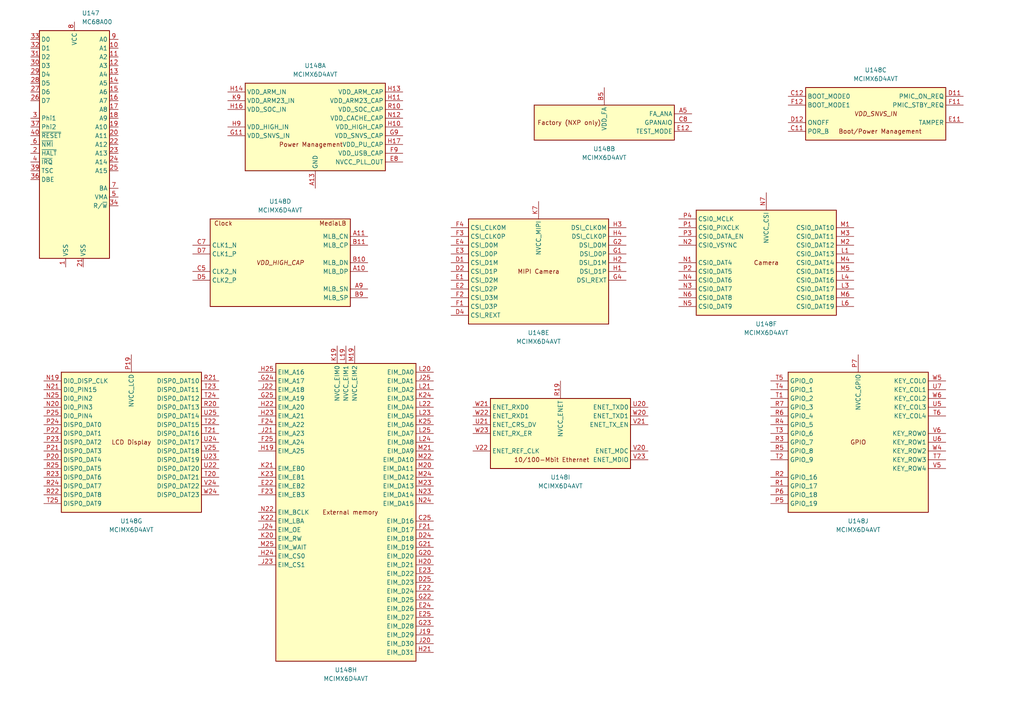
<source format=kicad_sch>
(kicad_sch (version 20250114) (generator "eeschema") (generator_version "9.0")
  (paper "A4")
  (symbol (lib_id "CPU_NXP_IMX:MCIMX6D4AVT") (at 248.92 128.27 0) (unit 10)
    (property "Reference" "U148" (at 248.92 151.13 0))
    (property "Value" "MCIMX6D4AVT" (at 248.92 153.67 0))
    (property "Footprint" "Package_BGA:BGA-624_21x21mm_Layout25x25_P0.8mm" (effects (hide yes)))
    (property "Datasheet" "https://www.nxp.com/docs/en/data-sheet/IMX6DQAEC.pdf" (effects (hide yes)))
    (property "Description" "i.MX 6Dual Automotive and Infotainment Application Processor, BGA-624" (effects (hide yes)))
  )
  (symbol (lib_id "CPU_NXP_IMX:MCIMX6D4AVT") (at 254 33.02 0) (unit 3)
    (property "Reference" "U148" (at 254 20.32 0))
    (property "Value" "MCIMX6D4AVT" (at 254 22.86 0))
    (property "Footprint" "Package_BGA:BGA-624_21x21mm_Layout25x25_P0.8mm" (effects (hide yes)))
    (property "Datasheet" "https://www.nxp.com/docs/en/data-sheet/IMX6DQAEC.pdf" (effects (hide yes)))
    (property "Description" "i.MX 6Dual Automotive and Infotainment Application Processor, BGA-624" (effects (hide yes)))
  )
  (symbol (lib_id "CPU_NXP_IMX:MCIMX6D4AVT") (at 100.33 148.59 0) (unit 8)
    (property "Reference" "U148" (at 100.33 194.31 0))
    (property "Value" "MCIMX6D4AVT" (at 100.33 196.85 0))
    (property "Footprint" "Package_BGA:BGA-624_21x21mm_Layout25x25_P0.8mm" (effects (hide yes)))
    (property "Datasheet" "https://www.nxp.com/docs/en/data-sheet/IMX6DQAEC.pdf" (effects (hide yes)))
    (property "Description" "i.MX 6Dual Automotive and Infotainment Application Processor, BGA-624" (effects (hide yes)))
  )
  (symbol (lib_id "CPU_NXP_IMX:MCIMX6D4AVT") (at 38.1 128.27 0) (unit 7)
    (property "Reference" "U148" (at 38.1 151.13 0))
    (property "Value" "MCIMX6D4AVT" (at 38.1 153.67 0))
    (property "Footprint" "Package_BGA:BGA-624_21x21mm_Layout25x25_P0.8mm" (effects (hide yes)))
    (property "Datasheet" "https://www.nxp.com/docs/en/data-sheet/IMX6DQAEC.pdf" (effects (hide yes)))
    (property "Description" "i.MX 6Dual Automotive and Infotainment Application Processor, BGA-624" (effects (hide yes)))
  )
  (symbol (lib_id "CPU_NXP_IMX:MCIMX6D4AVT") (at 222.25 76.2 0) (unit 6)
    (property "Reference" "U148" (at 222.25 93.98 0))
    (property "Value" "MCIMX6D4AVT" (at 222.25 96.52 0))
    (property "Footprint" "Package_BGA:BGA-624_21x21mm_Layout25x25_P0.8mm" (effects (hide yes)))
    (property "Datasheet" "https://www.nxp.com/docs/en/data-sheet/IMX6DQAEC.pdf" (effects (hide yes)))
    (property "Description" "i.MX 6Dual Automotive and Infotainment Application Processor, BGA-624" (effects (hide yes)))
  )
  (symbol (lib_id "CPU_NXP_IMX:MCIMX6D4AVT") (at 156.21 78.74 0) (unit 5)
    (property "Reference" "U148" (at 156.21 96.52 0))
    (property "Value" "MCIMX6D4AVT" (at 156.21 99.06 0))
    (property "Footprint" "Package_BGA:BGA-624_21x21mm_Layout25x25_P0.8mm" (effects (hide yes)))
    (property "Datasheet" "https://www.nxp.com/docs/en/data-sheet/IMX6DQAEC.pdf" (effects (hide yes)))
    (property "Description" "i.MX 6Dual Automotive and Infotainment Application Processor, BGA-624" (effects (hide yes)))
  )
  (symbol (lib_id "CPU_NXP_IMX:MCIMX6D4AVT") (at 81.28 76.2 0) (unit 4)
    (property "Reference" "U148" (at 81.28 58.42 0))
    (property "Value" "MCIMX6D4AVT" (at 81.28 60.96 0))
    (property "Footprint" "Package_BGA:BGA-624_21x21mm_Layout25x25_P0.8mm" (effects (hide yes)))
    (property "Datasheet" "https://www.nxp.com/docs/en/data-sheet/IMX6DQAEC.pdf" (effects (hide yes)))
    (property "Description" "i.MX 6Dual Automotive and Infotainment Application Processor, BGA-624" (effects (hide yes)))
  )
  (symbol (lib_id "CPU_NXP_IMX:MCIMX6D4AVT") (at 91.44 36.83 0) (unit 1)
    (property "Reference" "U148" (at 91.44 19.05 0))
    (property "Value" "MCIMX6D4AVT" (at 91.44 21.59 0))
    (property "Footprint" "Package_BGA:BGA-624_21x21mm_Layout25x25_P0.8mm" (effects (hide yes)))
    (property "Datasheet" "https://www.nxp.com/docs/en/data-sheet/IMX6DQAEC.pdf" (effects (hide yes)))
    (property "Description" "i.MX 6Dual Automotive and Infotainment Application Processor, BGA-624" (effects (hide yes)))
  )
  (symbol (lib_id "CPU_NXP_6800:MC68A00") (at 21.59 41.91 0) (unit 1)
    (property "Reference" "U147" (at 23.7333 3.81 0) (effects (justify left)))
    (property "Value" "MC68A00" (at 23.7333 6.35 0) (effects (justify left)))
    (property "Footprint" "Package_DIP:DIP-40_W15.24mm" (effects (hide yes)))
    (property "Datasheet" "http://pdf.datasheetcatalog.com/datasheet/motorola/MC68A00L.pdf" (effects (hide yes)))
    (property "Description" "8-Bit Microprocessing unit 1.5MHz, DIP-40" (effects (hide yes)))
  )
  (symbol (lib_id "CPU_NXP_IMX:MCIMX6D4AVT") (at 175.26 35.56 0) (unit 2)
    (property "Reference" "U148" (at 175.26 43.18 0))
    (property "Value" "MCIMX6D4AVT" (at 175.26 45.72 0))
    (property "Footprint" "Package_BGA:BGA-624_21x21mm_Layout25x25_P0.8mm" (effects (hide yes)))
    (property "Datasheet" "https://www.nxp.com/docs/en/data-sheet/IMX6DQAEC.pdf" (effects (hide yes)))
    (property "Description" "i.MX 6Dual Automotive and Infotainment Application Processor, BGA-624" (effects (hide yes)))
  )
  (symbol (lib_id "CPU_NXP_IMX:MCIMX6D4AVT") (at 162.56 125.73 0) (unit 9)
    (property "Reference" "U148" (at 162.56 138.43 0))
    (property "Value" "MCIMX6D4AVT" (at 162.56 140.97 0))
    (property "Footprint" "Package_BGA:BGA-624_21x21mm_Layout25x25_P0.8mm" (effects (hide yes)))
    (property "Datasheet" "https://www.nxp.com/docs/en/data-sheet/IMX6DQAEC.pdf" (effects (hide yes)))
    (property "Description" "i.MX 6Dual Automotive and Infotainment Application Processor, BGA-624" (effects (hide yes)))
  )
)
</source>
